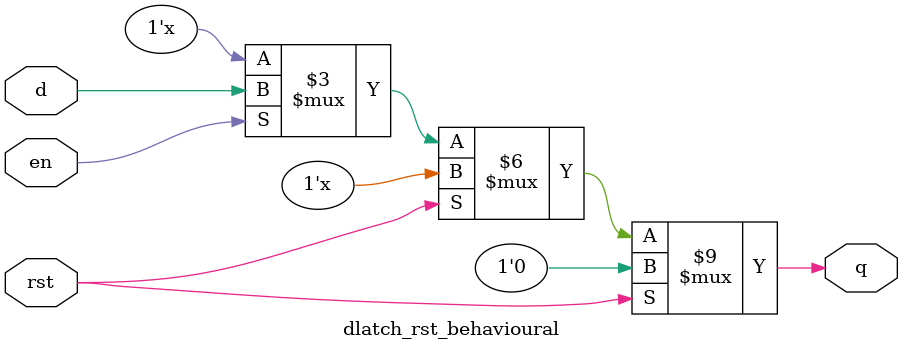
<source format=v>
module dlatch_rst_behavioural(q,en,rst,d);

input d,en,rst;
output reg q;

always @(*) begin
    if(rst) 
        q = 1'b0;
    else if(en)
        q = d;
end

endmodule
</source>
